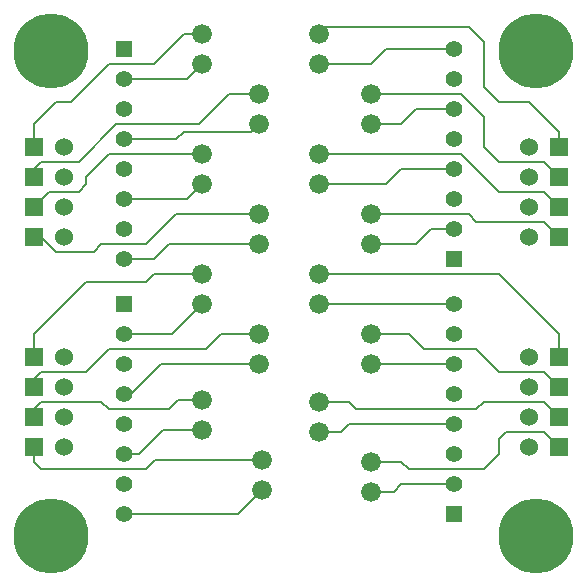
<source format=gtl>
G04 (created by PCBNEW (2013-07-07 BZR 4022)-stable) date 10/24/2014 11:46:49 AM*
%MOIN*%
G04 Gerber Fmt 3.4, Leading zero omitted, Abs format*
%FSLAX34Y34*%
G01*
G70*
G90*
G04 APERTURE LIST*
%ADD10C,0.00590551*%
%ADD11C,0.066*%
%ADD12C,0.25*%
%ADD13R,0.06X0.06*%
%ADD14C,0.06*%
%ADD15R,0.055X0.055*%
%ADD16C,0.055*%
%ADD17C,0.008*%
G04 APERTURE END LIST*
G54D10*
G54D11*
X67600Y-45700D03*
X67600Y-44700D03*
X71500Y-41500D03*
X71500Y-40500D03*
X73250Y-43500D03*
X73250Y-42500D03*
X71500Y-45750D03*
X71500Y-44750D03*
X73250Y-47750D03*
X73250Y-46750D03*
X69600Y-47700D03*
X69600Y-46700D03*
X69500Y-43500D03*
X69500Y-42500D03*
X67600Y-41500D03*
X67600Y-40500D03*
X69500Y-39500D03*
X69500Y-38500D03*
X67600Y-37500D03*
X67600Y-36500D03*
X69500Y-35500D03*
X69500Y-34500D03*
X67600Y-33500D03*
X67600Y-32500D03*
X71500Y-33500D03*
X71500Y-32500D03*
X73250Y-39500D03*
X73250Y-38500D03*
X71500Y-37500D03*
X71500Y-36500D03*
X73250Y-35500D03*
X73250Y-34500D03*
G54D12*
X78740Y-49212D03*
X62598Y-49212D03*
X78740Y-33070D03*
X62598Y-33070D03*
G54D13*
X79500Y-46250D03*
G54D14*
X78500Y-46250D03*
G54D13*
X79500Y-36250D03*
G54D14*
X78500Y-36250D03*
G54D13*
X79500Y-37250D03*
G54D14*
X78500Y-37250D03*
G54D13*
X79500Y-38250D03*
G54D14*
X78500Y-38250D03*
G54D13*
X79500Y-39250D03*
G54D14*
X78500Y-39250D03*
G54D13*
X79500Y-43250D03*
G54D14*
X78500Y-43250D03*
G54D13*
X79500Y-44250D03*
G54D14*
X78500Y-44250D03*
G54D13*
X79500Y-45250D03*
G54D14*
X78500Y-45250D03*
G54D13*
X62000Y-36250D03*
G54D14*
X63000Y-36250D03*
G54D13*
X62000Y-46250D03*
G54D14*
X63000Y-46250D03*
G54D13*
X62000Y-45250D03*
G54D14*
X63000Y-45250D03*
G54D13*
X62000Y-44250D03*
G54D14*
X63000Y-44250D03*
G54D13*
X62000Y-43250D03*
G54D14*
X63000Y-43250D03*
G54D13*
X62000Y-39250D03*
G54D14*
X63000Y-39250D03*
G54D13*
X62000Y-38250D03*
G54D14*
X63000Y-38250D03*
G54D13*
X62000Y-37250D03*
G54D14*
X63000Y-37250D03*
G54D15*
X65000Y-33000D03*
G54D16*
X65000Y-34000D03*
X65000Y-35000D03*
X65000Y-36000D03*
X65000Y-37000D03*
X65000Y-38000D03*
X65000Y-39000D03*
X65000Y-40000D03*
G54D15*
X65000Y-41500D03*
G54D16*
X65000Y-42500D03*
X65000Y-43500D03*
X65000Y-44500D03*
X65000Y-45500D03*
X65000Y-46500D03*
X65000Y-47500D03*
X65000Y-48500D03*
G54D15*
X76000Y-48500D03*
G54D16*
X76000Y-47500D03*
X76000Y-46500D03*
X76000Y-45500D03*
X76000Y-44500D03*
X76000Y-43500D03*
X76000Y-42500D03*
X76000Y-41500D03*
G54D15*
X76000Y-40000D03*
G54D16*
X76000Y-39000D03*
X76000Y-38000D03*
X76000Y-37000D03*
X76000Y-36000D03*
X76000Y-35000D03*
X76000Y-34000D03*
X76000Y-33000D03*
G54D17*
X65000Y-42500D02*
X66600Y-42500D01*
X66600Y-42500D02*
X67600Y-41500D01*
X76000Y-43500D02*
X73250Y-43500D01*
X65000Y-36000D02*
X66750Y-36000D01*
X69250Y-35750D02*
X69500Y-35500D01*
X67000Y-35750D02*
X69250Y-35750D01*
X66750Y-36000D02*
X67000Y-35750D01*
X65000Y-38000D02*
X67100Y-38000D01*
X67100Y-38000D02*
X67600Y-37500D01*
X69500Y-39500D02*
X66500Y-39500D01*
X66000Y-40000D02*
X65000Y-40000D01*
X66500Y-39500D02*
X66000Y-40000D01*
X71500Y-37500D02*
X73750Y-37500D01*
X74250Y-37000D02*
X76000Y-37000D01*
X73750Y-37500D02*
X74250Y-37000D01*
X76000Y-35000D02*
X74750Y-35000D01*
X74250Y-35500D02*
X73250Y-35500D01*
X74750Y-35000D02*
X74250Y-35500D01*
X76000Y-39000D02*
X75250Y-39000D01*
X74750Y-39500D02*
X73250Y-39500D01*
X75250Y-39000D02*
X74750Y-39500D01*
X71500Y-33500D02*
X73250Y-33500D01*
X73750Y-33000D02*
X76000Y-33000D01*
X73250Y-33500D02*
X73750Y-33000D01*
X65000Y-44500D02*
X65250Y-44500D01*
X66250Y-43500D02*
X69500Y-43500D01*
X65250Y-44500D02*
X66250Y-43500D01*
X76000Y-47500D02*
X74250Y-47500D01*
X74000Y-47750D02*
X73250Y-47750D01*
X74250Y-47500D02*
X74000Y-47750D01*
X76000Y-41500D02*
X71500Y-41500D01*
X62000Y-44250D02*
X62000Y-44000D01*
X68250Y-42500D02*
X69500Y-42500D01*
X67750Y-43000D02*
X68250Y-42500D01*
X64500Y-43000D02*
X67750Y-43000D01*
X63750Y-43750D02*
X64500Y-43000D01*
X62250Y-43750D02*
X63750Y-43750D01*
X62000Y-44000D02*
X62250Y-43750D01*
X62000Y-43250D02*
X62000Y-42500D01*
X66000Y-40500D02*
X67600Y-40500D01*
X65750Y-40750D02*
X66000Y-40500D01*
X63750Y-40750D02*
X65750Y-40750D01*
X62000Y-42500D02*
X63750Y-40750D01*
X62000Y-45250D02*
X62000Y-45000D01*
X66800Y-44700D02*
X67600Y-44700D01*
X66500Y-45000D02*
X66800Y-44700D01*
X64500Y-45000D02*
X66500Y-45000D01*
X64250Y-44750D02*
X64500Y-45000D01*
X62250Y-44750D02*
X64250Y-44750D01*
X62000Y-45000D02*
X62250Y-44750D01*
X69600Y-46700D02*
X66050Y-46700D01*
X62000Y-46750D02*
X62000Y-46250D01*
X62250Y-47000D02*
X62000Y-46750D01*
X65750Y-47000D02*
X62250Y-47000D01*
X66050Y-46700D02*
X65750Y-47000D01*
X77750Y-45750D02*
X79000Y-45750D01*
X79000Y-45750D02*
X79500Y-46250D01*
X74250Y-46750D02*
X73250Y-46750D01*
X74500Y-47000D02*
X74250Y-46750D01*
X77000Y-47000D02*
X74500Y-47000D01*
X77500Y-46500D02*
X77000Y-47000D01*
X77500Y-46000D02*
X77500Y-46500D01*
X77750Y-45750D02*
X77500Y-46000D01*
X73250Y-46750D02*
X73250Y-46625D01*
X62000Y-37250D02*
X62000Y-37000D01*
X68500Y-34500D02*
X69500Y-34500D01*
X67500Y-35500D02*
X68500Y-34500D01*
X64750Y-35500D02*
X67500Y-35500D01*
X63500Y-36750D02*
X64750Y-35500D01*
X62250Y-36750D02*
X63500Y-36750D01*
X62000Y-37000D02*
X62250Y-36750D01*
X65000Y-34000D02*
X67100Y-34000D01*
X67100Y-34000D02*
X67600Y-33500D01*
X62000Y-36250D02*
X62000Y-35500D01*
X67000Y-32500D02*
X67600Y-32500D01*
X66000Y-33500D02*
X67000Y-32500D01*
X64500Y-33500D02*
X66000Y-33500D01*
X63250Y-34750D02*
X64500Y-33500D01*
X62750Y-34750D02*
X63250Y-34750D01*
X62000Y-35500D02*
X62750Y-34750D01*
X77000Y-44750D02*
X79000Y-44750D01*
X79000Y-44750D02*
X79500Y-45250D01*
X72500Y-44750D02*
X71500Y-44750D01*
X72750Y-45000D02*
X72500Y-44750D01*
X76750Y-45000D02*
X72750Y-45000D01*
X77000Y-44750D02*
X76750Y-45000D01*
X67600Y-36500D02*
X64500Y-36500D01*
X62500Y-37750D02*
X62000Y-38250D01*
X63500Y-37750D02*
X62500Y-37750D01*
X63750Y-37500D02*
X63500Y-37750D01*
X63750Y-37250D02*
X63750Y-37500D01*
X64500Y-36500D02*
X63750Y-37250D01*
X62000Y-39250D02*
X62250Y-39250D01*
X66750Y-38500D02*
X69500Y-38500D01*
X65750Y-39500D02*
X66750Y-38500D01*
X64250Y-39500D02*
X65750Y-39500D01*
X64000Y-39750D02*
X64250Y-39500D01*
X62750Y-39750D02*
X64000Y-39750D01*
X62250Y-39250D02*
X62750Y-39750D01*
X71500Y-36500D02*
X76250Y-36500D01*
X76250Y-36500D02*
X77500Y-37750D01*
X77500Y-37750D02*
X79000Y-37750D01*
X79000Y-37750D02*
X79500Y-38250D01*
X65000Y-46500D02*
X65500Y-46500D01*
X66300Y-45700D02*
X67600Y-45700D01*
X65500Y-46500D02*
X66300Y-45700D01*
X76750Y-38750D02*
X79000Y-38750D01*
X79000Y-38750D02*
X79500Y-39250D01*
X76500Y-38500D02*
X73250Y-38500D01*
X76750Y-38750D02*
X76500Y-38500D01*
X77500Y-36750D02*
X79000Y-36750D01*
X79000Y-36750D02*
X79500Y-37250D01*
X76250Y-34500D02*
X73250Y-34500D01*
X77000Y-35250D02*
X76250Y-34500D01*
X77000Y-36250D02*
X77000Y-35250D01*
X77500Y-36750D02*
X77000Y-36250D01*
X77500Y-43750D02*
X79000Y-43750D01*
X79000Y-43750D02*
X79500Y-44250D01*
X74500Y-42500D02*
X73250Y-42500D01*
X75000Y-43000D02*
X74500Y-42500D01*
X76750Y-43000D02*
X75000Y-43000D01*
X77500Y-43750D02*
X76750Y-43000D01*
X79500Y-43250D02*
X79500Y-42500D01*
X79500Y-42500D02*
X77500Y-40500D01*
X77500Y-40500D02*
X71500Y-40500D01*
X79500Y-36250D02*
X79500Y-35750D01*
X79500Y-35750D02*
X78500Y-34750D01*
X77500Y-34750D02*
X77000Y-34250D01*
X78500Y-34750D02*
X77500Y-34750D01*
X71750Y-32250D02*
X71500Y-32500D01*
X76500Y-32250D02*
X71750Y-32250D01*
X77000Y-32750D02*
X76500Y-32250D01*
X77000Y-34250D02*
X77000Y-32750D01*
X65000Y-48500D02*
X68800Y-48500D01*
X68800Y-48500D02*
X69600Y-47700D01*
X76000Y-45500D02*
X72500Y-45500D01*
X72250Y-45750D02*
X71500Y-45750D01*
X72500Y-45500D02*
X72250Y-45750D01*
M02*

</source>
